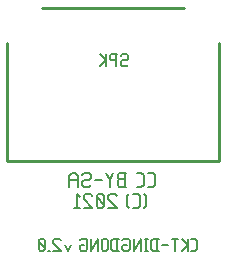
<source format=gbr>
G04 start of page 10 for group -4078 idx -4078 *
G04 Title: (unknown), bottomsilk *
G04 Creator: pcb 4.0.2 *
G04 CreationDate: Mon Feb 22 18:20:50 2021 UTC *
G04 For: ndholmes *
G04 Format: Gerber/RS-274X *
G04 PCB-Dimensions (mil): 1800.00 1200.00 *
G04 PCB-Coordinate-Origin: lower left *
%MOIN*%
%FSLAX25Y25*%
%LNBOTTOMSILK*%
%ADD39C,0.0100*%
%ADD38C,0.0060*%
G54D38*X71617Y35807D02*X73138D01*
X73957Y36626D02*X73138Y35807D01*
X73957Y36626D02*Y39668D01*
X73138Y40487D01*
X71617D02*X73138D01*
X67873Y35807D02*X69394D01*
X70213Y36626D02*X69394Y35807D01*
X70213Y36626D02*Y39668D01*
X69394Y40487D01*
X67873D02*X69394D01*
X62023Y35807D02*X64363D01*
X62023D02*X61438Y36392D01*
Y37796D01*
X62023Y38381D02*X61438Y37796D01*
X62023Y38381D02*X63778D01*
Y35807D02*Y40487D01*
X62023D02*X64363D01*
X62023D02*X61438Y39902D01*
Y38966D02*Y39902D01*
X62023Y38381D02*X61438Y38966D01*
X60034Y40487D02*X58864Y38147D01*
X57694Y40487D01*
X58864Y35807D02*Y38147D01*
X53950D02*X56290D01*
X50206Y40487D02*X49621Y39902D01*
X50206Y40487D02*X51961D01*
X52546Y39902D02*X51961Y40487D01*
X52546Y38732D02*Y39902D01*
Y38732D02*X51961Y38147D01*
X50206D02*X51961D01*
X50206D02*X49621Y37562D01*
Y36392D02*Y37562D01*
X50206Y35807D02*X49621Y36392D01*
X50206Y35807D02*X51961D01*
X52546Y36392D02*X51961Y35807D01*
X48217D02*Y39317D01*
X47398Y40487D01*
X46111D02*X47398D01*
X46111D02*X45292Y39317D01*
Y35807D02*Y39317D01*
Y38147D02*X48217D01*
X71000Y29392D02*X70415Y28807D01*
X71000Y32902D02*X70415Y33487D01*
X71000Y29392D02*Y32902D01*
X66671Y28807D02*X68192D01*
X69011Y29626D02*X68192Y28807D01*
X69011Y29626D02*Y32668D01*
X68192Y33487D01*
X66671D02*X68192D01*
X65267D02*X64682Y32902D01*
Y29392D02*Y32902D01*
X65267Y28807D02*X64682Y29392D01*
X61172Y32902D02*X60587Y33487D01*
X58832D02*X60587D01*
X58832D02*X58247Y32902D01*
Y31732D02*Y32902D01*
X61172Y28807D02*X58247Y31732D01*
Y28807D02*X61172D01*
X56843Y29392D02*X56258Y28807D01*
X56843Y29392D02*Y32902D01*
X56258Y33487D01*
X55088D02*X56258D01*
X55088D02*X54503Y32902D01*
Y29392D02*Y32902D01*
X55088Y28807D02*X54503Y29392D01*
X55088Y28807D02*X56258D01*
X56843Y29977D02*X54503Y32317D01*
X53099Y32902D02*X52514Y33487D01*
X50759D02*X52514D01*
X50759D02*X50174Y32902D01*
Y31732D02*Y32902D01*
X53099Y28807D02*X50174Y31732D01*
Y28807D02*X53099D01*
X48770Y32551D02*X47834Y33487D01*
Y28807D02*Y33487D01*
X47015Y28807D02*X48770D01*
X86000Y14500D02*X87300D01*
X88000Y15200D02*X87300Y14500D01*
X88000Y15200D02*Y17800D01*
X87300Y18500D01*
X86000D02*X87300D01*
X84800Y14500D02*Y18500D01*
Y16500D02*X82800Y18500D01*
X84800Y16500D02*X82800Y14500D01*
X79600Y18500D02*X81600D01*
X80600Y14500D02*Y18500D01*
X76400Y16500D02*X78400D01*
X74700Y14500D02*Y18500D01*
X73400D02*X72700Y17800D01*
Y15200D02*Y17800D01*
X73400Y14500D02*X72700Y15200D01*
X73400Y14500D02*X75200D01*
X73400Y18500D02*X75200D01*
X70500D02*X71500D01*
X71000Y14500D02*Y18500D01*
X70500Y14500D02*X71500D01*
X69300D02*Y18500D01*
X66800Y14500D01*
Y18500D01*
X63600D02*X63100Y18000D01*
X63600Y18500D02*X65100D01*
X65600Y18000D02*X65100Y18500D01*
X65600Y15000D02*Y18000D01*
Y15000D02*X65100Y14500D01*
X63600D02*X65100D01*
X63600D02*X63100Y15000D01*
Y16000D01*
X63600Y16500D02*X63100Y16000D01*
X63600Y16500D02*X64600D01*
X61400Y14500D02*Y18500D01*
X60100D02*X59400Y17800D01*
Y15200D02*Y17800D01*
X60100Y14500D02*X59400Y15200D01*
X60100Y14500D02*X61900D01*
X60100Y18500D02*X61900D01*
X58200Y15000D02*Y18000D01*
X57700Y18500D01*
X56700D02*X57700D01*
X56700D02*X56200Y18000D01*
Y15000D02*Y18000D01*
X56700Y14500D02*X56200Y15000D01*
X56700Y14500D02*X57700D01*
X58200Y15000D02*X57700Y14500D01*
X55000D02*Y18500D01*
X52500Y14500D01*
Y18500D01*
X49300D02*X48800Y18000D01*
X49300Y18500D02*X50800D01*
X51300Y18000D02*X50800Y18500D01*
X51300Y15000D02*Y18000D01*
Y15000D02*X50800Y14500D01*
X49300D02*X50800D01*
X49300D02*X48800Y15000D01*
Y16000D01*
X49300Y16500D02*X48800Y16000D01*
X49300Y16500D02*X50300D01*
X45800D02*X44800Y14500D01*
X43800Y16500D02*X44800Y14500D01*
X42600Y18000D02*X42100Y18500D01*
X40600D02*X42100D01*
X40600D02*X40100Y18000D01*
Y17000D02*Y18000D01*
X42600Y14500D02*X40100Y17000D01*
Y14500D02*X42600D01*
X38400D02*X38900D01*
X37200Y15000D02*X36700Y14500D01*
X37200Y15000D02*Y18000D01*
X36700Y18500D01*
X35700D02*X36700D01*
X35700D02*X35200Y18000D01*
Y15000D02*Y18000D01*
X35700Y14500D02*X35200Y15000D01*
X35700Y14500D02*X36700D01*
X37200Y15500D02*X35200Y17500D01*
G54D39*X36378Y95591D02*X83622D01*
X24567Y83780D02*Y44409D01*
X95433D01*
Y83780D02*Y44409D01*
G54D38*X63000Y80000D02*X62500Y79500D01*
X63000Y80000D02*X64500D01*
X65000Y79500D02*X64500Y80000D01*
X65000Y78500D02*Y79500D01*
Y78500D02*X64500Y78000D01*
X63000D02*X64500D01*
X63000D02*X62500Y77500D01*
Y76500D02*Y77500D01*
X63000Y76000D02*X62500Y76500D01*
X63000Y76000D02*X64500D01*
X65000Y76500D02*X64500Y76000D01*
X60800D02*Y80000D01*
X59300D02*X61300D01*
X59300D02*X58800Y79500D01*
Y78500D02*Y79500D01*
X59300Y78000D02*X58800Y78500D01*
X59300Y78000D02*X60800D01*
X57600Y76000D02*Y80000D01*
Y78000D02*X55600Y80000D01*
X57600Y78000D02*X55600Y76000D01*
M02*

</source>
